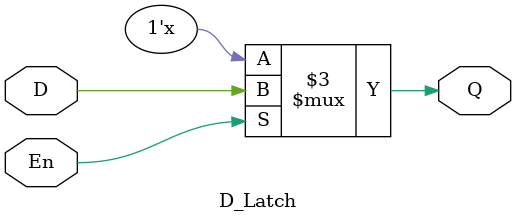
<source format=v>
/* D-Latch Module */

module D_Latch(Q, D, En);
    input D, En;
    output Q;
    reg Q;

    always @(D, En)
    begin
        if(En==1) Q<=D;
    end
endmodule

</source>
